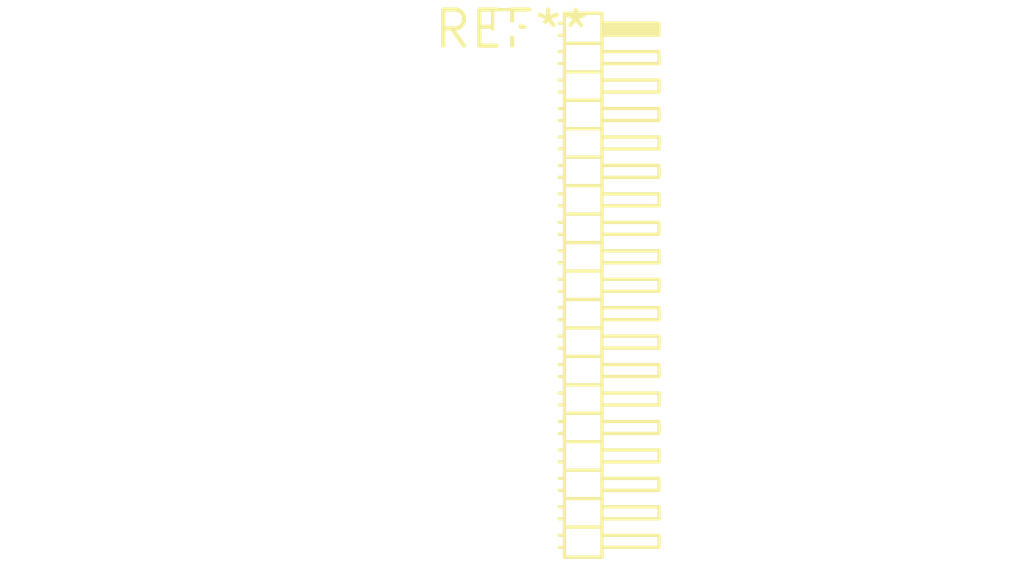
<source format=kicad_pcb>
(kicad_pcb (version 20240108) (generator pcbnew)
  (layers (0 "F.Cu" signal) (31 "B.Cu" signal) (34 "B.Paste" user) (35 "F.Paste" user) (36 "B.SilkS" user "B.Silkscreen") (37 "F.SilkS" user "F.Silkscreen") (38 "B.Mask" user) (39 "F.Mask" user) (44 "Edge.Cuts" user))
  (net 0 "")
  (footprint "PinHeader_2x19_P1.00mm_Horizontal" (layer "F.Cu") (at 0 0)
    (property "Reference" "REF**")
    (property "Value" "PinHeader_2x19_P1.00mm_Horizontal")
    (fp_line (start -0.685 -0.685) (end 0 -0.685) (layer "F.SilkS") (stroke (width 0.12)))
    (fp_line (start -0.685 0) (end -0.685 -0.685) (layer "F.SilkS") (stroke (width 0.12)))
    (fp_line (start 1.652016 -0.21) (end 1.84 -0.21) (layer "F.SilkS") (stroke (width 0.12)))
    (fp_line (start 1.652016 0.21) (end 1.84 0.21) (layer "F.SilkS") (stroke (width 0.12)))
    (fp_line (start 1.652016 0.79) (end 1.84 0.79) (layer "F.SilkS") (stroke (width 0.12)))
    (fp_line (start 1.652016 1.21) (end 1.84 1.21) (layer "F.SilkS") (stroke (width 0.12)))
    (fp_line (start 1.652016 1.79) (end 1.84 1.79) (layer "F.SilkS") (stroke (width 0.12)))
    (fp_line (start 1.652016 2.21) (end 1.84 2.21) (layer "F.SilkS") (stroke (width 0.12)))
    (fp_line (start 1.652016 2.79) (end 1.84 2.79) (layer "F.SilkS") (stroke (width 0.12)))
    (fp_line (start 1.652016 3.21) (end 1.84 3.21) (layer "F.SilkS") (stroke (width 0.12)))
    (fp_line (start 1.652016 3.79) (end 1.84 3.79) (layer "F.SilkS") (stroke (width 0.12)))
    (fp_line (start 1.652016 4.21) (end 1.84 4.21) (layer "F.SilkS") (stroke (width 0.12)))
    (fp_line (start 1.652016 4.79) (end 1.84 4.79) (layer "F.SilkS") (stroke (width 0.12)))
    (fp_line (start 1.652016 5.21) (end 1.84 5.21) (layer "F.SilkS") (stroke (width 0.12)))
    (fp_line (start 1.652016 5.79) (end 1.84 5.79) (layer "F.SilkS") (stroke (width 0.12)))
    (fp_line (start 1.652016 6.21) (end 1.84 6.21) (layer "F.SilkS") (stroke (width 0.12)))
    (fp_line (start 1.652016 6.79) (end 1.84 6.79) (layer "F.SilkS") (stroke (width 0.12)))
    (fp_line (start 1.652016 7.21) (end 1.84 7.21) (layer "F.SilkS") (stroke (width 0.12)))
    (fp_line (start 1.652016 7.79) (end 1.84 7.79) (layer "F.SilkS") (stroke (width 0.12)))
    (fp_line (start 1.652016 8.21) (end 1.84 8.21) (layer "F.SilkS") (stroke (width 0.12)))
    (fp_line (start 1.652016 8.79) (end 1.84 8.79) (layer "F.SilkS") (stroke (width 0.12)))
    (fp_line (start 1.652016 9.21) (end 1.84 9.21) (layer "F.SilkS") (stroke (width 0.12)))
    (fp_line (start 1.652016 9.79) (end 1.84 9.79) (layer "F.SilkS") (stroke (width 0.12)))
    (fp_line (start 1.652016 10.21) (end 1.84 10.21) (layer "F.SilkS") (stroke (width 0.12)))
    (fp_line (start 1.652016 10.79) (end 1.84 10.79) (layer "F.SilkS") (stroke (width 0.12)))
    (fp_line (start 1.652016 11.21) (end 1.84 11.21) (layer "F.SilkS") (stroke (width 0.12)))
    (fp_line (start 1.652016 11.79) (end 1.84 11.79) (layer "F.SilkS") (stroke (width 0.12)))
    (fp_line (start 1.652016 12.21) (end 1.84 12.21) (layer "F.SilkS") (stroke (width 0.12)))
    (fp_line (start 1.652016 12.79) (end 1.84 12.79) (layer "F.SilkS") (stroke (width 0.12)))
    (fp_line (start 1.652016 13.21) (end 1.84 13.21) (layer "F.SilkS") (stroke (width 0.12)))
    (fp_line (start 1.652016 13.79) (end 1.84 13.79) (layer "F.SilkS") (stroke (width 0.12)))
    (fp_line (start 1.652016 14.21) (end 1.84 14.21) (layer "F.SilkS") (stroke (width 0.12)))
    (fp_line (start 1.652016 14.79) (end 1.84 14.79) (layer "F.SilkS") (stroke (width 0.12)))
    (fp_line (start 1.652016 15.21) (end 1.84 15.21) (layer "F.SilkS") (stroke (width 0.12)))
    (fp_line (start 1.652016 15.79) (end 1.84 15.79) (layer "F.SilkS") (stroke (width 0.12)))
    (fp_line (start 1.652016 16.21) (end 1.84 16.21) (layer "F.SilkS") (stroke (width 0.12)))
    (fp_line (start 1.652016 16.79) (end 1.84 16.79) (layer "F.SilkS") (stroke (width 0.12)))
    (fp_line (start 1.652016 17.21) (end 1.84 17.21) (layer "F.SilkS") (stroke (width 0.12)))
    (fp_line (start 1.652016 17.79) (end 1.84 17.79) (layer "F.SilkS") (stroke (width 0.12)))
    (fp_line (start 1.652016 18.21) (end 1.84 18.21) (layer "F.SilkS") (stroke (width 0.12)))
    (fp_line (start 1.84 -0.56) (end 1.84 18.56) (layer "F.SilkS") (stroke (width 0.12)))
    (fp_line (start 1.84 0.5) (end 3.16 0.5) (layer "F.SilkS") (stroke (width 0.12)))
    (fp_line (start 1.84 1.5) (end 3.16 1.5) (layer "F.SilkS") (stroke (width 0.12)))
    (fp_line (start 1.84 2.5) (end 3.16 2.5) (layer "F.SilkS") (stroke (width 0.12)))
    (fp_line (start 1.84 3.5) (end 3.16 3.5) (layer "F.SilkS") (stroke (width 0.12)))
    (fp_line (start 1.84 4.5) (end 3.16 4.5) (layer "F.SilkS") (stroke (width 0.12)))
    (fp_line (start 1.84 5.5) (end 3.16 5.5) (layer "F.SilkS") (stroke (width 0.12)))
    (fp_line (start 1.84 6.5) (end 3.16 6.5) (layer "F.SilkS") (stroke (width 0.12)))
    (fp_line (start 1.84 7.5) (end 3.16 7.5) (layer "F.SilkS") (stroke (width 0.12)))
    (fp_line (start 1.84 8.5) (end 3.16 8.5) (layer "F.SilkS") (stroke (width 0.12)))
    (fp_line (start 1.84 9.5) (end 3.16 9.5) (layer "F.SilkS") (stroke (width 0.12)))
    (fp_line (start 1.84 10.5) (end 3.16 10.5) (layer "F.SilkS") (stroke (width 0.12)))
    (fp_line (start 1.84 11.5) (end 3.16 11.5) (layer "F.SilkS") (stroke (width 0.12)))
    (fp_line (start 1.84 12.5) (end 3.16 12.5) (layer "F.SilkS") (stroke (width 0.12)))
    (fp_line (start 1.84 13.5) (end 3.16 13.5) (layer "F.SilkS") (stroke (width 0.12)))
    (fp_line (start 1.84 14.5) (end 3.16 14.5) (layer "F.SilkS") (stroke (width 0.12)))
    (fp_line (start 1.84 15.5) (end 3.16 15.5) (layer "F.SilkS") (stroke (width 0.12)))
    (fp_line (start 1.84 16.5) (end 3.16 16.5) (layer "F.SilkS") (stroke (width 0.12)))
    (fp_line (start 1.84 17.5) (end 3.16 17.5) (layer "F.SilkS") (stroke (width 0.12)))
    (fp_line (start 1.84 18.56) (end 3.16 18.56) (layer "F.SilkS") (stroke (width 0.12)))
    (fp_line (start 3.16 -0.56) (end 1.84 -0.56) (layer "F.SilkS") (stroke (width 0.12)))
    (fp_line (start 3.16 -0.21) (end 5.16 -0.21) (layer "F.SilkS") (stroke (width 0.12)))
    (fp_line (start 3.16 -0.15) (end 5.16 -0.15) (layer "F.SilkS") (stroke (width 0.12)))
    (fp_line (start 3.16 -0.03) (end 5.16 -0.03) (layer "F.SilkS") (stroke (width 0.12)))
    (fp_line (start 3.16 0.09) (end 5.16 0.09) (layer "F.SilkS") (stroke (width 0.12)))
    (fp_line (start 3.16 0.79) (end 5.16 0.79) (layer "F.SilkS") (stroke (width 0.12)))
    (fp_line (start 3.16 1.79) (end 5.16 1.79) (layer "F.SilkS") (stroke (width 0.12)))
    (fp_line (start 3.16 2.79) (end 5.16 2.79) (layer "F.SilkS") (stroke (width 0.12)))
    (fp_line (start 3.16 3.79) (end 5.16 3.79) (layer "F.SilkS") (stroke (width 0.12)))
    (fp_line (start 3.16 4.79) (end 5.16 4.79) (layer "F.SilkS") (stroke (width 0.12)))
    (fp_line (start 3.16 5.79) (end 5.16 5.79) (layer "F.SilkS") (stroke (width 0.12)))
    (fp_line (start 3.16 6.79) (end 5.16 6.79) (layer "F.SilkS") (stroke (width 0.12)))
    (fp_line (start 3.16 7.79) (end 5.16 7.79) (layer "F.SilkS") (stroke (width 0.12)))
    (fp_line (start 3.16 8.79) (end 5.16 8.79) (layer "F.SilkS") (stroke (width 0.12)))
    (fp_line (start 3.16 9.79) (end 5.16 9.79) (layer "F.SilkS") (stroke (width 0.12)))
    (fp_line (start 3.16 10.79) (end 5.16 10.79) (layer "F.SilkS") (stroke (width 0.12)))
    (fp_line (start 3.16 11.79) (end 5.16 11.79) (layer "F.SilkS") (stroke (width 0.12)))
    (fp_line (start 3.16 12.79) (end 5.16 12.79) (layer "F.SilkS") (stroke (width 0.12)))
    (fp_line (start 3.16 13.79) (end 5.16 13.79) (layer "F.SilkS") (stroke (width 0.12)))
    (fp_line (start 3.16 14.79) (end 5.16 14.79) (layer "F.SilkS") (stroke (width 0.12)))
    (fp_line (start 3.16 15.79) (end 5.16 15.79) (layer "F.SilkS") (stroke (width 0.12)))
    (fp_line (start 3.16 16.79) (end 5.16 16.79) (layer "F.SilkS") (stroke (width 0.12)))
    (fp_line (start 3.16 17.79) (end 5.16 17.79) (layer "F.SilkS") (stroke (width 0.12)))
    (fp_line (start 3.16 18.56) (end 3.16 -0.56) (layer "F.SilkS") (stroke (width 0.12)))
    (fp_line (start 5.16 -0.21) (end 5.16 0.21) (layer "F.SilkS") (stroke (width 0.12)))
    (fp_line (start 5.16 0.21) (end 3.16 0.21) (layer "F.SilkS") (stroke (width 0.12)))
    (fp_line (start 5.16 0.79) (end 5.16 1.21) (layer "F.SilkS") (stroke (width 0.12)))
    (fp_line (start 5.16 1.21) (end 3.16 1.21) (layer "F.SilkS") (stroke (width 0.12)))
    (fp_line (start 5.16 1.79) (end 5.16 2.21) (layer "F.SilkS") (stroke (width 0.12)))
    (fp_line (start 5.16 2.21) (end 3.16 2.21) (layer "F.SilkS") (stroke (width 0.12)))
    (fp_line (start 5.16 2.79) (end 5.16 3.21) (layer "F.SilkS") (stroke (width 0.12)))
    (fp_line (start 5.16 3.21) (end 3.16 3.21) (layer "F.SilkS") (stroke (width 0.12)))
    (fp_line (start 5.16 3.79) (end 5.16 4.21) (layer "F.SilkS") (stroke (width 0.12)))
    (fp_line (start 5.16 4.21) (end 3.16 4.21) (layer "F.SilkS") (stroke (width 0.12)))
    (fp_line (start 5.16 4.79) (end 5.16 5.21) (layer "F.SilkS") (stroke (width 0.12)))
    (fp_line (start 5.16 5.21) (end 3.16 5.21) (layer "F.SilkS") (stroke (width 0.12)))
    (fp_line (start 5.16 5.79) (end 5.16 6.21) (layer "F.SilkS") (stroke (width 0.12)))
    (fp_line (start 5.16 6.21) (end 3.16 6.21) (layer "F.SilkS") (stroke (width 0.12)))
    (fp_line (start 5.16 6.79) (end 5.16 7.21) (layer "F.SilkS") (stroke (width 0.12)))
    (fp_line (start 5.16 7.21) (end 3.16 7.21) (layer "F.SilkS") (stroke (width 0.12)))
    (fp_line (start 5.16 7.79) (end 5.16 8.21) (layer "F.SilkS") (stroke (width 0.12)))
    (fp_line (start 5.16 8.21) (end 3.16 8.21) (layer "F.SilkS") (stroke (width 0.12)))
    (fp_line (start 5.16 8.79) (end 5.16 9.21) (layer "F.SilkS") (stroke (width 0.12)))
    (fp_line (start 5.16 9.21) (end 3.16 9.21) (layer "F.SilkS") (stroke (width 0.12)))
    (fp_line (start 5.16 9.79) (end 5.16 10.21) (layer "F.SilkS") (stroke (width 0.12)))
    (fp_line (start 5.16 10.21) (end 3.16 10.21) (layer "F.SilkS") (stroke (width 0.12)))
    (fp_line (start 5.16 10.79) (end 5.16 11.21) (layer "F.SilkS") (stroke (width 0.12)))
    (fp_line (start 5.16 11.21) (end 3.16 11.21) (layer "F.SilkS") (stroke (width 0.12)))
    (fp_line (start 5.16 11.79) (end 5.16 12.21) (layer "F.SilkS") (stroke (width 0.12)))
    (fp_line (start 5.16 12.21) (end 3.16 12.21) (layer "F.SilkS") (stroke (width 0.12)))
    (fp_line (start 5.16 12.79) (end 5.16 13.21) (layer "F.SilkS") (stroke (width 0.12)))
    (fp_line (start 5.16 13.21) (end 3.16 13.21) (layer "F.SilkS") (stroke (width 0.12)))
    (fp_line (start 5.16 13.79) (end 5.16 14.21) (layer "F.SilkS") (stroke (width 0.12)))
    (fp_line (start 5.16 14.21) (end 3.16 14.21) (layer "F.SilkS") (stroke (width 0.12)))
    (fp_line (start 5.16 14.79) (end 5.16 15.21) (layer "F.SilkS") (stroke (width 0.12)))
    (fp_line (start 5.16 15.21) (end 3.16 15.21) (layer "F.SilkS") (stroke (width 0.12)))
    (fp_line (start 5.16 15.79) (end 5.16 16.21) (layer "F.SilkS") (stroke (width 0.12)))
    (fp_line (start 5.16 16.21) (end 3.16 16.21) (layer "F.SilkS") (stroke (width 0.12)))
    (fp_line (start 5.16 16.79) (end 5.16 17.21) (layer "F.SilkS") (stroke (width 0.12)))
    (fp_line (start 5.16 17.21) (end 3.16 17.21) (layer "F.SilkS") (stroke (width 0.12)))
    (fp_line (start 5.16 17.79) (end 5.16 18.21) (layer "F.SilkS") (stroke (width 0.12)))
    (fp_line (start 5.16 18.21) (end 3.16 18.21) (layer "F.SilkS") (stroke (width 0.12)))
    (pad "1" thru_hole rect (at 0 0) (size 0.85 0.85) (drill 0.5) (layers *.Cu *.Mask) (remove_unused_layers))
    (pad "2" thru_hole oval (at 1 0) (size 0.85 0.85) (drill 0.5) (layers *.Cu *.Mask) (remove_unused_layers))
    (pad "3" thru_hole oval (at 0 1) (size 0.85 0.85) (drill 0.5) (layers *.Cu *.Mask) (remove_unused_layers))
    (pad "4" thru_hole oval (at 1 1) (size 0.85 0.85) (drill 0.5) (layers *.Cu *.Mask) (remove_unused_layers))
    (pad "5" thru_hole oval (at 0 2) (size 0.85 0.85) (drill 0.5) (layers *.Cu *.Mask) (remove_unused_layers))
    (pad "6" thru_hole oval (at 1 2) (size 0.85 0.85) (drill 0.5) (layers *.Cu *.Mask) (remove_unused_layers))
    (pad "7" thru_hole oval (at 0 3) (size 0.85 0.85) (drill 0.5) (layers *.Cu *.Mask) (remove_unused_layers))
    (pad "8" thru_hole oval (at 1 3) (size 0.85 0.85) (drill 0.5) (layers *.Cu *.Mask) (remove_unused_layers))
    (pad "9" thru_hole oval (at 0 4) (size 0.85 0.85) (drill 0.5) (layers *.Cu *.Mask) (remove_unused_layers))
    (pad "10" thru_hole oval (at 1 4) (size 0.85 0.85) (drill 0.5) (layers *.Cu *.Mask) (remove_unused_layers))
    (pad "11" thru_hole oval (at 0 5) (size 0.85 0.85) (drill 0.5) (layers *.Cu *.Mask) (remove_unused_layers))
    (pad "12" thru_hole oval (at 1 5) (size 0.85 0.85) (drill 0.5) (layers *.Cu *.Mask) (remove_unused_layers))
    (pad "13" thru_hole oval (at 0 6) (size 0.85 0.85) (drill 0.5) (layers *.Cu *.Mask) (remove_unused_layers))
    (pad "14" thru_hole oval (at 1 6) (size 0.85 0.85) (drill 0.5) (layers *.Cu *.Mask) (remove_unused_layers))
    (pad "15" thru_hole oval (at 0 7) (size 0.85 0.85) (drill 0.5) (layers *.Cu *.Mask) (remove_unused_layers))
    (pad "16" thru_hole oval (at 1 7) (size 0.85 0.85) (drill 0.5) (layers *.Cu *.Mask) (remove_unused_layers))
    (pad "17" thru_hole oval (at 0 8) (size 0.85 0.85) (drill 0.5) (layers *.Cu *.Mask) (remove_unused_layers))
    (pad "18" thru_hole oval (at 1 8) (size 0.85 0.85) (drill 0.5) (layers *.Cu *.Mask) (remove_unused_layers))
    (pad "19" thru_hole oval (at 0 9) (size 0.85 0.85) (drill 0.5) (layers *.Cu *.Mask) (remove_unused_layers))
    (pad "20" thru_hole oval (at 1 9) (size 0.85 0.85) (drill 0.5) (layers *.Cu *.Mask) (remove_unused_layers))
    (pad "21" thru_hole oval (at 0 10) (size 0.85 0.85) (drill 0.5) (layers *.Cu *.Mask) (remove_unused_layers))
    (pad "22" thru_hole oval (at 1 10) (size 0.85 0.85) (drill 0.5) (layers *.Cu *.Mask) (remove_unused_layers))
    (pad "23" thru_hole oval (at 0 11) (size 0.85 0.85) (drill 0.5) (layers *.Cu *.Mask) (remove_unused_layers))
    (pad "24" thru_hole oval (at 1 11) (size 0.85 0.85) (drill 0.5) (layers *.Cu *.Mask) (remove_unused_layers))
    (pad "25" thru_hole oval (at 0 12) (size 0.85 0.85) (drill 0.5) (layers *.Cu *.Mask) (remove_unused_layers))
    (pad "26" thru_hole oval (at 1 12) (size 0.85 0.85) (drill 0.5) (layers *.Cu *.Mask) (remove_unused_layers))
    (pad "27" thru_hole oval (at 0 13) (size 0.85 0.85) (drill 0.5) (layers *.Cu *.Mask) (remove_unused_layers))
    (pad "28" thru_hole oval (at 1 13) (size 0.85 0.85) (drill 0.5) (layers *.Cu *.Mask) (remove_unused_layers))
    (pad "29" thru_hole oval (at 0 14) (size 0.85 0.85) (drill 0.5) (layers *.Cu *.Mask) (remove_unused_layers))
    (pad "30" thru_hole oval (at 1 14) (size 0.85 0.85) (drill 0.5) (layers *.Cu *.Mask) (remove_unused_layers))
    (pad "31" thru_hole oval (at 0 15) (size 0.85 0.85) (drill 0.5) (layers *.Cu *.Mask) (remove_unused_layers))
    (pad "32" thru_hole oval (at 1 15) (size 0.85 0.85) (drill 0.5) (layers *.Cu *.Mask) (remove_unused_layers))
    (pad "33" thru_hole oval (at 0 16) (size 0.85 0.85) (drill 0.5) (layers *.Cu *.Mask) (remove_unused_layers))
    (pad "34" thru_hole oval (at 1 16) (size 0.85 0.85) (drill 0.5) (layers *.Cu *.Mask) (remove_unused_layers))
    (pad "35" thru_hole oval (at 0 17) (size 0.85 0.85) (drill 0.5) (layers *.Cu *.Mask) (remove_unused_layers))
    (pad "36" thru_hole oval (at 1 17) (size 0.85 0.85) (drill 0.5) (layers *.Cu *.Mask) (remove_unused_layers))
    (pad "37" thru_hole oval (at 0 18) (size 0.85 0.85) (drill 0.5) (layers *.Cu *.Mask) (remove_unused_layers))
    (pad "38" thru_hole oval (at 1 18) (size 0.85 0.85) (drill 0.5) (layers *.Cu *.Mask) (remove_unused_layers))
  )
)
</source>
